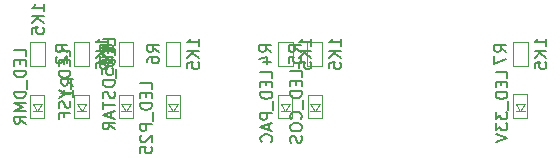
<source format=gbr>
G04 #@! TF.FileFunction,Other,Fab,Bot*
%FSLAX46Y46*%
G04 Gerber Fmt 4.6, Leading zero omitted, Abs format (unit mm)*
G04 Created by KiCad (PCBNEW 4.0.6) date Thursday, 29 June 2017 'AMt' 11:53:14*
%MOMM*%
%LPD*%
G01*
G04 APERTURE LIST*
%ADD10C,0.100000*%
%ADD11C,0.150000*%
G04 APERTURE END LIST*
D10*
X121520000Y-74450000D02*
X120280000Y-74450000D01*
X121520000Y-76450000D02*
X121520000Y-74450000D01*
X120280000Y-76450000D02*
X121520000Y-76450000D01*
X120280000Y-74450000D02*
X120280000Y-76450000D01*
X117520000Y-74450000D02*
X116280000Y-74450000D01*
X117520000Y-76450000D02*
X117520000Y-74450000D01*
X116280000Y-76450000D02*
X117520000Y-76450000D01*
X116280000Y-74450000D02*
X116280000Y-76450000D01*
X130800000Y-80300000D02*
X130000000Y-80300000D01*
X130400000Y-80300000D02*
X130800000Y-79700000D01*
X130000000Y-79700000D02*
X130400000Y-80300000D01*
X130800000Y-79700000D02*
X130000000Y-79700000D01*
X129800000Y-78900000D02*
X129800000Y-80900000D01*
X131000000Y-78900000D02*
X129800000Y-78900000D01*
X131000000Y-80900000D02*
X131000000Y-78900000D01*
X129800000Y-80900000D02*
X131000000Y-80900000D01*
X110030000Y-74450000D02*
X108790000Y-74450000D01*
X110030000Y-76450000D02*
X110030000Y-74450000D01*
X108790000Y-76450000D02*
X110030000Y-76450000D01*
X108790000Y-74450000D02*
X108790000Y-76450000D01*
X109810000Y-80300000D02*
X109010000Y-80300000D01*
X109410000Y-80300000D02*
X109810000Y-79700000D01*
X109010000Y-79700000D02*
X109410000Y-80300000D01*
X109810000Y-79700000D02*
X109010000Y-79700000D01*
X108810000Y-78900000D02*
X108810000Y-80900000D01*
X110010000Y-78900000D02*
X108810000Y-78900000D01*
X110010000Y-80900000D02*
X110010000Y-78900000D01*
X108810000Y-80900000D02*
X110010000Y-80900000D01*
X117300000Y-80300000D02*
X116500000Y-80300000D01*
X116900000Y-80300000D02*
X117300000Y-79700000D01*
X116500000Y-79700000D02*
X116900000Y-80300000D01*
X117300000Y-79700000D02*
X116500000Y-79700000D01*
X116300000Y-78900000D02*
X116300000Y-80900000D01*
X117500000Y-78900000D02*
X116300000Y-78900000D01*
X117500000Y-80900000D02*
X117500000Y-78900000D01*
X116300000Y-80900000D02*
X117500000Y-80900000D01*
X133300000Y-80300000D02*
X132500000Y-80300000D01*
X132900000Y-80300000D02*
X133300000Y-79700000D01*
X132500000Y-79700000D02*
X132900000Y-80300000D01*
X133300000Y-79700000D02*
X132500000Y-79700000D01*
X132300000Y-78900000D02*
X132300000Y-80900000D01*
X133500000Y-78900000D02*
X132300000Y-78900000D01*
X133500000Y-80900000D02*
X133500000Y-78900000D01*
X132300000Y-80900000D02*
X133500000Y-80900000D01*
X131020000Y-74450000D02*
X129780000Y-74450000D01*
X131020000Y-76450000D02*
X131020000Y-74450000D01*
X129780000Y-76450000D02*
X131020000Y-76450000D01*
X129780000Y-74450000D02*
X129780000Y-76450000D01*
X133520000Y-74450000D02*
X132280000Y-74450000D01*
X133520000Y-76450000D02*
X133520000Y-74450000D01*
X132280000Y-76450000D02*
X133520000Y-76450000D01*
X132280000Y-74450000D02*
X132280000Y-76450000D01*
X150920000Y-74450000D02*
X149680000Y-74450000D01*
X150920000Y-76450000D02*
X150920000Y-74450000D01*
X149680000Y-76450000D02*
X150920000Y-76450000D01*
X149680000Y-74450000D02*
X149680000Y-76450000D01*
X150700000Y-80250000D02*
X149900000Y-80250000D01*
X150300000Y-80250000D02*
X150700000Y-79650000D01*
X149900000Y-79650000D02*
X150300000Y-80250000D01*
X150700000Y-79650000D02*
X149900000Y-79650000D01*
X149700000Y-78850000D02*
X149700000Y-80850000D01*
X150900000Y-78850000D02*
X149700000Y-78850000D01*
X150900000Y-80850000D02*
X150900000Y-78850000D01*
X149700000Y-80850000D02*
X150900000Y-80850000D01*
X113774999Y-74450000D02*
X112534999Y-74450000D01*
X113774999Y-76450000D02*
X113774999Y-74450000D01*
X112534999Y-76450000D02*
X113774999Y-76450000D01*
X112534999Y-74450000D02*
X112534999Y-76450000D01*
X113550000Y-80300000D02*
X112750000Y-80300000D01*
X113150000Y-80300000D02*
X113550000Y-79700000D01*
X112750000Y-79700000D02*
X113150000Y-80300000D01*
X113550000Y-79700000D02*
X112750000Y-79700000D01*
X112550000Y-78900000D02*
X112550000Y-80900000D01*
X113750000Y-78900000D02*
X112550000Y-78900000D01*
X113750000Y-80900000D02*
X113750000Y-78900000D01*
X112550000Y-80900000D02*
X113750000Y-80900000D01*
X121300000Y-80300000D02*
X120500000Y-80300000D01*
X120900000Y-80300000D02*
X121300000Y-79700000D01*
X120500000Y-79700000D02*
X120900000Y-80300000D01*
X121300000Y-79700000D02*
X120500000Y-79700000D01*
X120300000Y-78900000D02*
X120300000Y-80900000D01*
X121500000Y-78900000D02*
X120300000Y-78900000D01*
X121500000Y-80900000D02*
X121500000Y-78900000D01*
X120300000Y-80900000D02*
X121500000Y-80900000D01*
D11*
X123102381Y-74759524D02*
X123102381Y-74188095D01*
X123102381Y-74473809D02*
X122102381Y-74473809D01*
X122245238Y-74378571D01*
X122340476Y-74283333D01*
X122388095Y-74188095D01*
X123102381Y-75188095D02*
X122102381Y-75188095D01*
X123102381Y-75759524D02*
X122530952Y-75330952D01*
X122102381Y-75759524D02*
X122673810Y-75188095D01*
X122102381Y-76664286D02*
X122102381Y-76188095D01*
X122578571Y-76140476D01*
X122530952Y-76188095D01*
X122483333Y-76283333D01*
X122483333Y-76521429D01*
X122530952Y-76616667D01*
X122578571Y-76664286D01*
X122673810Y-76711905D01*
X122911905Y-76711905D01*
X123007143Y-76664286D01*
X123054762Y-76616667D01*
X123102381Y-76521429D01*
X123102381Y-76283333D01*
X123054762Y-76188095D01*
X123007143Y-76140476D01*
X119702381Y-75283334D02*
X119226190Y-74950000D01*
X119702381Y-74711905D02*
X118702381Y-74711905D01*
X118702381Y-75092858D01*
X118750000Y-75188096D01*
X118797619Y-75235715D01*
X118892857Y-75283334D01*
X119035714Y-75283334D01*
X119130952Y-75235715D01*
X119178571Y-75188096D01*
X119226190Y-75092858D01*
X119226190Y-74711905D01*
X118702381Y-76140477D02*
X118702381Y-75950000D01*
X118750000Y-75854762D01*
X118797619Y-75807143D01*
X118940476Y-75711905D01*
X119130952Y-75664286D01*
X119511905Y-75664286D01*
X119607143Y-75711905D01*
X119654762Y-75759524D01*
X119702381Y-75854762D01*
X119702381Y-76045239D01*
X119654762Y-76140477D01*
X119607143Y-76188096D01*
X119511905Y-76235715D01*
X119273810Y-76235715D01*
X119178571Y-76188096D01*
X119130952Y-76140477D01*
X119083333Y-76045239D01*
X119083333Y-75854762D01*
X119130952Y-75759524D01*
X119178571Y-75711905D01*
X119273810Y-75664286D01*
X115852381Y-75259524D02*
X115852381Y-74688095D01*
X115852381Y-74973809D02*
X114852381Y-74973809D01*
X114995238Y-74878571D01*
X115090476Y-74783333D01*
X115138095Y-74688095D01*
X115852381Y-75688095D02*
X114852381Y-75688095D01*
X115852381Y-76259524D02*
X115280952Y-75830952D01*
X114852381Y-76259524D02*
X115423810Y-75688095D01*
X114852381Y-77164286D02*
X114852381Y-76688095D01*
X115328571Y-76640476D01*
X115280952Y-76688095D01*
X115233333Y-76783333D01*
X115233333Y-77021429D01*
X115280952Y-77116667D01*
X115328571Y-77164286D01*
X115423810Y-77211905D01*
X115661905Y-77211905D01*
X115757143Y-77164286D01*
X115804762Y-77116667D01*
X115852381Y-77021429D01*
X115852381Y-76783333D01*
X115804762Y-76688095D01*
X115757143Y-76640476D01*
X115702381Y-75283334D02*
X115226190Y-74950000D01*
X115702381Y-74711905D02*
X114702381Y-74711905D01*
X114702381Y-75092858D01*
X114750000Y-75188096D01*
X114797619Y-75235715D01*
X114892857Y-75283334D01*
X115035714Y-75283334D01*
X115130952Y-75235715D01*
X115178571Y-75188096D01*
X115226190Y-75092858D01*
X115226190Y-74711905D01*
X114702381Y-75616667D02*
X114702381Y-76235715D01*
X115083333Y-75902381D01*
X115083333Y-76045239D01*
X115130952Y-76140477D01*
X115178571Y-76188096D01*
X115273810Y-76235715D01*
X115511905Y-76235715D01*
X115607143Y-76188096D01*
X115654762Y-76140477D01*
X115702381Y-76045239D01*
X115702381Y-75759524D01*
X115654762Y-75664286D01*
X115607143Y-75616667D01*
X129302381Y-77447619D02*
X129302381Y-76971428D01*
X128302381Y-76971428D01*
X128778571Y-77780952D02*
X128778571Y-78114286D01*
X129302381Y-78257143D02*
X129302381Y-77780952D01*
X128302381Y-77780952D01*
X128302381Y-78257143D01*
X129302381Y-78685714D02*
X128302381Y-78685714D01*
X128302381Y-78923809D01*
X128350000Y-79066667D01*
X128445238Y-79161905D01*
X128540476Y-79209524D01*
X128730952Y-79257143D01*
X128873810Y-79257143D01*
X129064286Y-79209524D01*
X129159524Y-79161905D01*
X129254762Y-79066667D01*
X129302381Y-78923809D01*
X129302381Y-78685714D01*
X129397619Y-79447619D02*
X129397619Y-80209524D01*
X129302381Y-80447619D02*
X128302381Y-80447619D01*
X128302381Y-80828572D01*
X128350000Y-80923810D01*
X128397619Y-80971429D01*
X128492857Y-81019048D01*
X128635714Y-81019048D01*
X128730952Y-80971429D01*
X128778571Y-80923810D01*
X128826190Y-80828572D01*
X128826190Y-80447619D01*
X129016667Y-81400000D02*
X129016667Y-81876191D01*
X129302381Y-81304762D02*
X128302381Y-81638095D01*
X129302381Y-81971429D01*
X129207143Y-82876191D02*
X129254762Y-82828572D01*
X129302381Y-82685715D01*
X129302381Y-82590477D01*
X129254762Y-82447619D01*
X129159524Y-82352381D01*
X129064286Y-82304762D01*
X128873810Y-82257143D01*
X128730952Y-82257143D01*
X128540476Y-82304762D01*
X128445238Y-82352381D01*
X128350000Y-82447619D01*
X128302381Y-82590477D01*
X128302381Y-82685715D01*
X128350000Y-82828572D01*
X128397619Y-82876191D01*
X109952381Y-71809524D02*
X109952381Y-71238095D01*
X109952381Y-71523809D02*
X108952381Y-71523809D01*
X109095238Y-71428571D01*
X109190476Y-71333333D01*
X109238095Y-71238095D01*
X109952381Y-72238095D02*
X108952381Y-72238095D01*
X109952381Y-72809524D02*
X109380952Y-72380952D01*
X108952381Y-72809524D02*
X109523810Y-72238095D01*
X108952381Y-73714286D02*
X108952381Y-73238095D01*
X109428571Y-73190476D01*
X109380952Y-73238095D01*
X109333333Y-73333333D01*
X109333333Y-73571429D01*
X109380952Y-73666667D01*
X109428571Y-73714286D01*
X109523810Y-73761905D01*
X109761905Y-73761905D01*
X109857143Y-73714286D01*
X109904762Y-73666667D01*
X109952381Y-73571429D01*
X109952381Y-73333333D01*
X109904762Y-73238095D01*
X109857143Y-73190476D01*
X112452381Y-78123334D02*
X111976190Y-77790000D01*
X112452381Y-77551905D02*
X111452381Y-77551905D01*
X111452381Y-77932858D01*
X111500000Y-78028096D01*
X111547619Y-78075715D01*
X111642857Y-78123334D01*
X111785714Y-78123334D01*
X111880952Y-78075715D01*
X111928571Y-78028096D01*
X111976190Y-77932858D01*
X111976190Y-77551905D01*
X112452381Y-79075715D02*
X112452381Y-78504286D01*
X112452381Y-78790000D02*
X111452381Y-78790000D01*
X111595238Y-78694762D01*
X111690476Y-78599524D01*
X111738095Y-78504286D01*
X108452381Y-75624762D02*
X108452381Y-75148571D01*
X107452381Y-75148571D01*
X107928571Y-75958095D02*
X107928571Y-76291429D01*
X108452381Y-76434286D02*
X108452381Y-75958095D01*
X107452381Y-75958095D01*
X107452381Y-76434286D01*
X108452381Y-76862857D02*
X107452381Y-76862857D01*
X107452381Y-77100952D01*
X107500000Y-77243810D01*
X107595238Y-77339048D01*
X107690476Y-77386667D01*
X107880952Y-77434286D01*
X108023810Y-77434286D01*
X108214286Y-77386667D01*
X108309524Y-77339048D01*
X108404762Y-77243810D01*
X108452381Y-77100952D01*
X108452381Y-76862857D01*
X108547619Y-77624762D02*
X108547619Y-78386667D01*
X108452381Y-78624762D02*
X107452381Y-78624762D01*
X107452381Y-78862857D01*
X107500000Y-79005715D01*
X107595238Y-79100953D01*
X107690476Y-79148572D01*
X107880952Y-79196191D01*
X108023810Y-79196191D01*
X108214286Y-79148572D01*
X108309524Y-79100953D01*
X108404762Y-79005715D01*
X108452381Y-78862857D01*
X108452381Y-78624762D01*
X108452381Y-79624762D02*
X107452381Y-79624762D01*
X108166667Y-79958096D01*
X107452381Y-80291429D01*
X108452381Y-80291429D01*
X108452381Y-81339048D02*
X107976190Y-81005714D01*
X108452381Y-80767619D02*
X107452381Y-80767619D01*
X107452381Y-81148572D01*
X107500000Y-81243810D01*
X107547619Y-81291429D01*
X107642857Y-81339048D01*
X107785714Y-81339048D01*
X107880952Y-81291429D01*
X107928571Y-81243810D01*
X107976190Y-81148572D01*
X107976190Y-80767619D01*
X115952381Y-74690476D02*
X115952381Y-74214285D01*
X114952381Y-74214285D01*
X115428571Y-75023809D02*
X115428571Y-75357143D01*
X115952381Y-75500000D02*
X115952381Y-75023809D01*
X114952381Y-75023809D01*
X114952381Y-75500000D01*
X115952381Y-75928571D02*
X114952381Y-75928571D01*
X114952381Y-76166666D01*
X115000000Y-76309524D01*
X115095238Y-76404762D01*
X115190476Y-76452381D01*
X115380952Y-76500000D01*
X115523810Y-76500000D01*
X115714286Y-76452381D01*
X115809524Y-76404762D01*
X115904762Y-76309524D01*
X115952381Y-76166666D01*
X115952381Y-75928571D01*
X116047619Y-76690476D02*
X116047619Y-77452381D01*
X115952381Y-77690476D02*
X114952381Y-77690476D01*
X114952381Y-77928571D01*
X115000000Y-78071429D01*
X115095238Y-78166667D01*
X115190476Y-78214286D01*
X115380952Y-78261905D01*
X115523810Y-78261905D01*
X115714286Y-78214286D01*
X115809524Y-78166667D01*
X115904762Y-78071429D01*
X115952381Y-77928571D01*
X115952381Y-77690476D01*
X115904762Y-78642857D02*
X115952381Y-78785714D01*
X115952381Y-79023810D01*
X115904762Y-79119048D01*
X115857143Y-79166667D01*
X115761905Y-79214286D01*
X115666667Y-79214286D01*
X115571429Y-79166667D01*
X115523810Y-79119048D01*
X115476190Y-79023810D01*
X115428571Y-78833333D01*
X115380952Y-78738095D01*
X115333333Y-78690476D01*
X115238095Y-78642857D01*
X115142857Y-78642857D01*
X115047619Y-78690476D01*
X115000000Y-78738095D01*
X114952381Y-78833333D01*
X114952381Y-79071429D01*
X115000000Y-79214286D01*
X114952381Y-79500000D02*
X114952381Y-80071429D01*
X115952381Y-79785714D02*
X114952381Y-79785714D01*
X115666667Y-80357143D02*
X115666667Y-80833334D01*
X115952381Y-80261905D02*
X114952381Y-80595238D01*
X115952381Y-80928572D01*
X115952381Y-81833334D02*
X115476190Y-81500000D01*
X115952381Y-81261905D02*
X114952381Y-81261905D01*
X114952381Y-81642858D01*
X115000000Y-81738096D01*
X115047619Y-81785715D01*
X115142857Y-81833334D01*
X115285714Y-81833334D01*
X115380952Y-81785715D01*
X115428571Y-81738096D01*
X115476190Y-81642858D01*
X115476190Y-81261905D01*
X131802381Y-77376191D02*
X131802381Y-76900000D01*
X130802381Y-76900000D01*
X131278571Y-77709524D02*
X131278571Y-78042858D01*
X131802381Y-78185715D02*
X131802381Y-77709524D01*
X130802381Y-77709524D01*
X130802381Y-78185715D01*
X131802381Y-78614286D02*
X130802381Y-78614286D01*
X130802381Y-78852381D01*
X130850000Y-78995239D01*
X130945238Y-79090477D01*
X131040476Y-79138096D01*
X131230952Y-79185715D01*
X131373810Y-79185715D01*
X131564286Y-79138096D01*
X131659524Y-79090477D01*
X131754762Y-78995239D01*
X131802381Y-78852381D01*
X131802381Y-78614286D01*
X131897619Y-79376191D02*
X131897619Y-80138096D01*
X131707143Y-80947620D02*
X131754762Y-80900001D01*
X131802381Y-80757144D01*
X131802381Y-80661906D01*
X131754762Y-80519048D01*
X131659524Y-80423810D01*
X131564286Y-80376191D01*
X131373810Y-80328572D01*
X131230952Y-80328572D01*
X131040476Y-80376191D01*
X130945238Y-80423810D01*
X130850000Y-80519048D01*
X130802381Y-80661906D01*
X130802381Y-80757144D01*
X130850000Y-80900001D01*
X130897619Y-80947620D01*
X130802381Y-81566667D02*
X130802381Y-81757144D01*
X130850000Y-81852382D01*
X130945238Y-81947620D01*
X131135714Y-81995239D01*
X131469048Y-81995239D01*
X131659524Y-81947620D01*
X131754762Y-81852382D01*
X131802381Y-81757144D01*
X131802381Y-81566667D01*
X131754762Y-81471429D01*
X131659524Y-81376191D01*
X131469048Y-81328572D01*
X131135714Y-81328572D01*
X130945238Y-81376191D01*
X130850000Y-81471429D01*
X130802381Y-81566667D01*
X131754762Y-82376191D02*
X131802381Y-82519048D01*
X131802381Y-82757144D01*
X131754762Y-82852382D01*
X131707143Y-82900001D01*
X131611905Y-82947620D01*
X131516667Y-82947620D01*
X131421429Y-82900001D01*
X131373810Y-82852382D01*
X131326190Y-82757144D01*
X131278571Y-82566667D01*
X131230952Y-82471429D01*
X131183333Y-82423810D01*
X131088095Y-82376191D01*
X130992857Y-82376191D01*
X130897619Y-82423810D01*
X130850000Y-82471429D01*
X130802381Y-82566667D01*
X130802381Y-82804763D01*
X130850000Y-82947620D01*
X132602381Y-74759524D02*
X132602381Y-74188095D01*
X132602381Y-74473809D02*
X131602381Y-74473809D01*
X131745238Y-74378571D01*
X131840476Y-74283333D01*
X131888095Y-74188095D01*
X132602381Y-75188095D02*
X131602381Y-75188095D01*
X132602381Y-75759524D02*
X132030952Y-75330952D01*
X131602381Y-75759524D02*
X132173810Y-75188095D01*
X131602381Y-76664286D02*
X131602381Y-76188095D01*
X132078571Y-76140476D01*
X132030952Y-76188095D01*
X131983333Y-76283333D01*
X131983333Y-76521429D01*
X132030952Y-76616667D01*
X132078571Y-76664286D01*
X132173810Y-76711905D01*
X132411905Y-76711905D01*
X132507143Y-76664286D01*
X132554762Y-76616667D01*
X132602381Y-76521429D01*
X132602381Y-76283333D01*
X132554762Y-76188095D01*
X132507143Y-76140476D01*
X129202381Y-75283334D02*
X128726190Y-74950000D01*
X129202381Y-74711905D02*
X128202381Y-74711905D01*
X128202381Y-75092858D01*
X128250000Y-75188096D01*
X128297619Y-75235715D01*
X128392857Y-75283334D01*
X128535714Y-75283334D01*
X128630952Y-75235715D01*
X128678571Y-75188096D01*
X128726190Y-75092858D01*
X128726190Y-74711905D01*
X128535714Y-76140477D02*
X129202381Y-76140477D01*
X128154762Y-75902381D02*
X128869048Y-75664286D01*
X128869048Y-76283334D01*
X135102381Y-74759524D02*
X135102381Y-74188095D01*
X135102381Y-74473809D02*
X134102381Y-74473809D01*
X134245238Y-74378571D01*
X134340476Y-74283333D01*
X134388095Y-74188095D01*
X135102381Y-75188095D02*
X134102381Y-75188095D01*
X135102381Y-75759524D02*
X134530952Y-75330952D01*
X134102381Y-75759524D02*
X134673810Y-75188095D01*
X134102381Y-76664286D02*
X134102381Y-76188095D01*
X134578571Y-76140476D01*
X134530952Y-76188095D01*
X134483333Y-76283333D01*
X134483333Y-76521429D01*
X134530952Y-76616667D01*
X134578571Y-76664286D01*
X134673810Y-76711905D01*
X134911905Y-76711905D01*
X135007143Y-76664286D01*
X135054762Y-76616667D01*
X135102381Y-76521429D01*
X135102381Y-76283333D01*
X135054762Y-76188095D01*
X135007143Y-76140476D01*
X131702381Y-75283334D02*
X131226190Y-74950000D01*
X131702381Y-74711905D02*
X130702381Y-74711905D01*
X130702381Y-75092858D01*
X130750000Y-75188096D01*
X130797619Y-75235715D01*
X130892857Y-75283334D01*
X131035714Y-75283334D01*
X131130952Y-75235715D01*
X131178571Y-75188096D01*
X131226190Y-75092858D01*
X131226190Y-74711905D01*
X130702381Y-76188096D02*
X130702381Y-75711905D01*
X131178571Y-75664286D01*
X131130952Y-75711905D01*
X131083333Y-75807143D01*
X131083333Y-76045239D01*
X131130952Y-76140477D01*
X131178571Y-76188096D01*
X131273810Y-76235715D01*
X131511905Y-76235715D01*
X131607143Y-76188096D01*
X131654762Y-76140477D01*
X131702381Y-76045239D01*
X131702381Y-75807143D01*
X131654762Y-75711905D01*
X131607143Y-75664286D01*
X152502381Y-74759524D02*
X152502381Y-74188095D01*
X152502381Y-74473809D02*
X151502381Y-74473809D01*
X151645238Y-74378571D01*
X151740476Y-74283333D01*
X151788095Y-74188095D01*
X152502381Y-75188095D02*
X151502381Y-75188095D01*
X152502381Y-75759524D02*
X151930952Y-75330952D01*
X151502381Y-75759524D02*
X152073810Y-75188095D01*
X151502381Y-76664286D02*
X151502381Y-76188095D01*
X151978571Y-76140476D01*
X151930952Y-76188095D01*
X151883333Y-76283333D01*
X151883333Y-76521429D01*
X151930952Y-76616667D01*
X151978571Y-76664286D01*
X152073810Y-76711905D01*
X152311905Y-76711905D01*
X152407143Y-76664286D01*
X152454762Y-76616667D01*
X152502381Y-76521429D01*
X152502381Y-76283333D01*
X152454762Y-76188095D01*
X152407143Y-76140476D01*
X149102381Y-75283334D02*
X148626190Y-74950000D01*
X149102381Y-74711905D02*
X148102381Y-74711905D01*
X148102381Y-75092858D01*
X148150000Y-75188096D01*
X148197619Y-75235715D01*
X148292857Y-75283334D01*
X148435714Y-75283334D01*
X148530952Y-75235715D01*
X148578571Y-75188096D01*
X148626190Y-75092858D01*
X148626190Y-74711905D01*
X148102381Y-75616667D02*
X148102381Y-76283334D01*
X149102381Y-75854762D01*
X149202381Y-77445238D02*
X149202381Y-76969047D01*
X148202381Y-76969047D01*
X148678571Y-77778571D02*
X148678571Y-78111905D01*
X149202381Y-78254762D02*
X149202381Y-77778571D01*
X148202381Y-77778571D01*
X148202381Y-78254762D01*
X149202381Y-78683333D02*
X148202381Y-78683333D01*
X148202381Y-78921428D01*
X148250000Y-79064286D01*
X148345238Y-79159524D01*
X148440476Y-79207143D01*
X148630952Y-79254762D01*
X148773810Y-79254762D01*
X148964286Y-79207143D01*
X149059524Y-79159524D01*
X149154762Y-79064286D01*
X149202381Y-78921428D01*
X149202381Y-78683333D01*
X149297619Y-79445238D02*
X149297619Y-80207143D01*
X148202381Y-80350000D02*
X148202381Y-80969048D01*
X148583333Y-80635714D01*
X148583333Y-80778572D01*
X148630952Y-80873810D01*
X148678571Y-80921429D01*
X148773810Y-80969048D01*
X149011905Y-80969048D01*
X149107143Y-80921429D01*
X149154762Y-80873810D01*
X149202381Y-80778572D01*
X149202381Y-80492857D01*
X149154762Y-80397619D01*
X149107143Y-80350000D01*
X148202381Y-81302381D02*
X148202381Y-81921429D01*
X148583333Y-81588095D01*
X148583333Y-81730953D01*
X148630952Y-81826191D01*
X148678571Y-81873810D01*
X148773810Y-81921429D01*
X149011905Y-81921429D01*
X149107143Y-81873810D01*
X149154762Y-81826191D01*
X149202381Y-81730953D01*
X149202381Y-81445238D01*
X149154762Y-81350000D01*
X149107143Y-81302381D01*
X148202381Y-82207143D02*
X149202381Y-82540476D01*
X148202381Y-82873810D01*
X115357380Y-74759524D02*
X115357380Y-74188095D01*
X115357380Y-74473809D02*
X114357380Y-74473809D01*
X114500237Y-74378571D01*
X114595475Y-74283333D01*
X114643094Y-74188095D01*
X115357380Y-75188095D02*
X114357380Y-75188095D01*
X115357380Y-75759524D02*
X114785951Y-75330952D01*
X114357380Y-75759524D02*
X114928809Y-75188095D01*
X114357380Y-76664286D02*
X114357380Y-76188095D01*
X114833570Y-76140476D01*
X114785951Y-76188095D01*
X114738332Y-76283333D01*
X114738332Y-76521429D01*
X114785951Y-76616667D01*
X114833570Y-76664286D01*
X114928809Y-76711905D01*
X115166904Y-76711905D01*
X115262142Y-76664286D01*
X115309761Y-76616667D01*
X115357380Y-76521429D01*
X115357380Y-76283333D01*
X115309761Y-76188095D01*
X115262142Y-76140476D01*
X111957380Y-75283334D02*
X111481189Y-74950000D01*
X111957380Y-74711905D02*
X110957380Y-74711905D01*
X110957380Y-75092858D01*
X111004999Y-75188096D01*
X111052618Y-75235715D01*
X111147856Y-75283334D01*
X111290713Y-75283334D01*
X111385951Y-75235715D01*
X111433570Y-75188096D01*
X111481189Y-75092858D01*
X111481189Y-74711905D01*
X111052618Y-75664286D02*
X111004999Y-75711905D01*
X110957380Y-75807143D01*
X110957380Y-76045239D01*
X111004999Y-76140477D01*
X111052618Y-76188096D01*
X111147856Y-76235715D01*
X111243094Y-76235715D01*
X111385951Y-76188096D01*
X111957380Y-75616667D01*
X111957380Y-76235715D01*
X112202381Y-75632857D02*
X112202381Y-75156666D01*
X111202381Y-75156666D01*
X111678571Y-75966190D02*
X111678571Y-76299524D01*
X112202381Y-76442381D02*
X112202381Y-75966190D01*
X111202381Y-75966190D01*
X111202381Y-76442381D01*
X112202381Y-76870952D02*
X111202381Y-76870952D01*
X111202381Y-77109047D01*
X111250000Y-77251905D01*
X111345238Y-77347143D01*
X111440476Y-77394762D01*
X111630952Y-77442381D01*
X111773810Y-77442381D01*
X111964286Y-77394762D01*
X112059524Y-77347143D01*
X112154762Y-77251905D01*
X112202381Y-77109047D01*
X112202381Y-76870952D01*
X112297619Y-77632857D02*
X112297619Y-78394762D01*
X111726190Y-78823333D02*
X112202381Y-78823333D01*
X111202381Y-78490000D02*
X111726190Y-78823333D01*
X111202381Y-79156667D01*
X112154762Y-79442381D02*
X112202381Y-79585238D01*
X112202381Y-79823334D01*
X112154762Y-79918572D01*
X112107143Y-79966191D01*
X112011905Y-80013810D01*
X111916667Y-80013810D01*
X111821429Y-79966191D01*
X111773810Y-79918572D01*
X111726190Y-79823334D01*
X111678571Y-79632857D01*
X111630952Y-79537619D01*
X111583333Y-79490000D01*
X111488095Y-79442381D01*
X111392857Y-79442381D01*
X111297619Y-79490000D01*
X111250000Y-79537619D01*
X111202381Y-79632857D01*
X111202381Y-79870953D01*
X111250000Y-80013810D01*
X111678571Y-80775715D02*
X111678571Y-80442381D01*
X112202381Y-80442381D02*
X111202381Y-80442381D01*
X111202381Y-80918572D01*
X119112381Y-78383810D02*
X119112381Y-77907619D01*
X118112381Y-77907619D01*
X118588571Y-78717143D02*
X118588571Y-79050477D01*
X119112381Y-79193334D02*
X119112381Y-78717143D01*
X118112381Y-78717143D01*
X118112381Y-79193334D01*
X119112381Y-79621905D02*
X118112381Y-79621905D01*
X118112381Y-79860000D01*
X118160000Y-80002858D01*
X118255238Y-80098096D01*
X118350476Y-80145715D01*
X118540952Y-80193334D01*
X118683810Y-80193334D01*
X118874286Y-80145715D01*
X118969524Y-80098096D01*
X119064762Y-80002858D01*
X119112381Y-79860000D01*
X119112381Y-79621905D01*
X119207619Y-80383810D02*
X119207619Y-81145715D01*
X119112381Y-81383810D02*
X118112381Y-81383810D01*
X118112381Y-81764763D01*
X118160000Y-81860001D01*
X118207619Y-81907620D01*
X118302857Y-81955239D01*
X118445714Y-81955239D01*
X118540952Y-81907620D01*
X118588571Y-81860001D01*
X118636190Y-81764763D01*
X118636190Y-81383810D01*
X118207619Y-82336191D02*
X118160000Y-82383810D01*
X118112381Y-82479048D01*
X118112381Y-82717144D01*
X118160000Y-82812382D01*
X118207619Y-82860001D01*
X118302857Y-82907620D01*
X118398095Y-82907620D01*
X118540952Y-82860001D01*
X119112381Y-82288572D01*
X119112381Y-82907620D01*
X118112381Y-83812382D02*
X118112381Y-83336191D01*
X118588571Y-83288572D01*
X118540952Y-83336191D01*
X118493333Y-83431429D01*
X118493333Y-83669525D01*
X118540952Y-83764763D01*
X118588571Y-83812382D01*
X118683810Y-83860001D01*
X118921905Y-83860001D01*
X119017143Y-83812382D01*
X119064762Y-83764763D01*
X119112381Y-83669525D01*
X119112381Y-83431429D01*
X119064762Y-83336191D01*
X119017143Y-83288572D01*
M02*

</source>
